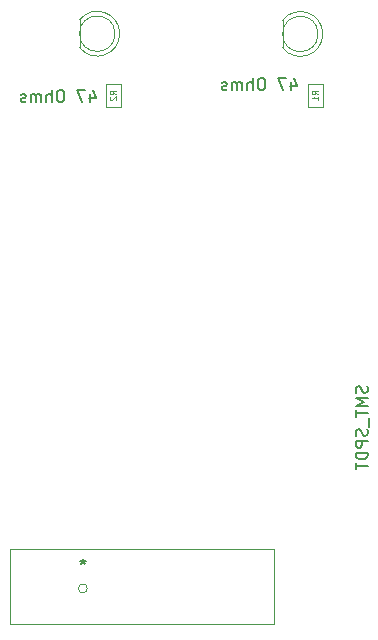
<source format=gbr>
%TF.GenerationSoftware,KiCad,Pcbnew,(5.1.9-0-10_14)*%
%TF.CreationDate,2021-10-18T12:15:18-07:00*%
%TF.ProjectId,ghost_pcb_2,67686f73-745f-4706-9362-5f322e6b6963,rev?*%
%TF.SameCoordinates,Original*%
%TF.FileFunction,Other,Fab,Bot*%
%FSLAX46Y46*%
G04 Gerber Fmt 4.6, Leading zero omitted, Abs format (unit mm)*
G04 Created by KiCad (PCBNEW (5.1.9-0-10_14)) date 2021-10-18 12:15:18*
%MOMM*%
%LPD*%
G01*
G04 APERTURE LIST*
%ADD10C,0.100000*%
%ADD11C,0.150000*%
%ADD12C,0.080000*%
G04 APERTURE END LIST*
D10*
%TO.C,R2*%
X132801200Y-87002500D02*
X134051200Y-87002500D01*
X134051200Y-87002500D02*
X134051200Y-85002500D01*
X134051200Y-85002500D02*
X132801200Y-85002500D01*
X132801200Y-85002500D02*
X132801200Y-87002500D01*
%TO.C,R1*%
X149920800Y-87002500D02*
X151170800Y-87002500D01*
X151170800Y-87002500D02*
X151170800Y-85002500D01*
X151170800Y-85002500D02*
X149920800Y-85002500D01*
X149920800Y-85002500D02*
X149920800Y-87002500D01*
%TO.C,D2*%
X133580000Y-80772000D02*
G75*
G03*
X133580000Y-80772000I-1500000J0D01*
G01*
X130580000Y-81938190D02*
X130580000Y-79605810D01*
X130579445Y-79606524D02*
G75*
G02*
X130580000Y-81938190I1500555J-1165476D01*
G01*
%TO.C,D1*%
X150775800Y-80797400D02*
G75*
G03*
X150775800Y-80797400I-1500000J0D01*
G01*
X147775800Y-81963590D02*
X147775800Y-79631210D01*
X147775245Y-79631924D02*
G75*
G02*
X147775800Y-81963590I1500555J-1165476D01*
G01*
%TO.C,BAT1*%
X131241800Y-127736600D02*
G75*
G03*
X131241800Y-127736600I-381000J0D01*
G01*
X124659400Y-130766947D02*
X124659400Y-124366147D01*
X147062200Y-130766947D02*
X124659400Y-130766947D01*
X147062200Y-124366147D02*
X147062200Y-130766947D01*
X124659400Y-124366147D02*
X147062200Y-124366147D01*
%TD*%
%TO.C,SW1*%
D11*
X154920961Y-110620609D02*
X154968580Y-110763466D01*
X154968580Y-111001561D01*
X154920961Y-111096800D01*
X154873342Y-111144419D01*
X154778104Y-111192038D01*
X154682866Y-111192038D01*
X154587628Y-111144419D01*
X154540009Y-111096800D01*
X154492390Y-111001561D01*
X154444771Y-110811085D01*
X154397152Y-110715847D01*
X154349533Y-110668228D01*
X154254295Y-110620609D01*
X154159057Y-110620609D01*
X154063819Y-110668228D01*
X154016200Y-110715847D01*
X153968580Y-110811085D01*
X153968580Y-111049180D01*
X154016200Y-111192038D01*
X154968580Y-111620609D02*
X153968580Y-111620609D01*
X154682866Y-111953942D01*
X153968580Y-112287276D01*
X154968580Y-112287276D01*
X153968580Y-112620609D02*
X153968580Y-113192038D01*
X154968580Y-112906323D02*
X153968580Y-112906323D01*
X155063819Y-113287276D02*
X155063819Y-114049180D01*
X154920961Y-114239657D02*
X154968580Y-114382514D01*
X154968580Y-114620609D01*
X154920961Y-114715847D01*
X154873342Y-114763466D01*
X154778104Y-114811085D01*
X154682866Y-114811085D01*
X154587628Y-114763466D01*
X154540009Y-114715847D01*
X154492390Y-114620609D01*
X154444771Y-114430133D01*
X154397152Y-114334895D01*
X154349533Y-114287276D01*
X154254295Y-114239657D01*
X154159057Y-114239657D01*
X154063819Y-114287276D01*
X154016200Y-114334895D01*
X153968580Y-114430133D01*
X153968580Y-114668228D01*
X154016200Y-114811085D01*
X154968580Y-115239657D02*
X153968580Y-115239657D01*
X153968580Y-115620609D01*
X154016200Y-115715847D01*
X154063819Y-115763466D01*
X154159057Y-115811085D01*
X154301914Y-115811085D01*
X154397152Y-115763466D01*
X154444771Y-115715847D01*
X154492390Y-115620609D01*
X154492390Y-115239657D01*
X154968580Y-116239657D02*
X153968580Y-116239657D01*
X153968580Y-116477752D01*
X154016200Y-116620609D01*
X154111438Y-116715847D01*
X154206676Y-116763466D01*
X154397152Y-116811085D01*
X154540009Y-116811085D01*
X154730485Y-116763466D01*
X154825723Y-116715847D01*
X154920961Y-116620609D01*
X154968580Y-116477752D01*
X154968580Y-116239657D01*
X153968580Y-117096800D02*
X153968580Y-117668228D01*
X154968580Y-117382514D02*
X153968580Y-117382514D01*
%TO.C,R2*%
X131492285Y-85891714D02*
X131492285Y-86558380D01*
X131730380Y-85510761D02*
X131968476Y-86225047D01*
X131349428Y-86225047D01*
X131063714Y-85558380D02*
X130397047Y-85558380D01*
X130825619Y-86558380D01*
X129063714Y-85558380D02*
X128873238Y-85558380D01*
X128777999Y-85606000D01*
X128682761Y-85701238D01*
X128635142Y-85891714D01*
X128635142Y-86225047D01*
X128682761Y-86415523D01*
X128777999Y-86510761D01*
X128873238Y-86558380D01*
X129063714Y-86558380D01*
X129158952Y-86510761D01*
X129254190Y-86415523D01*
X129301809Y-86225047D01*
X129301809Y-85891714D01*
X129254190Y-85701238D01*
X129158952Y-85606000D01*
X129063714Y-85558380D01*
X128206571Y-86558380D02*
X128206571Y-85558380D01*
X127777999Y-86558380D02*
X127777999Y-86034571D01*
X127825619Y-85939333D01*
X127920857Y-85891714D01*
X128063714Y-85891714D01*
X128158952Y-85939333D01*
X128206571Y-85986952D01*
X127301809Y-86558380D02*
X127301809Y-85891714D01*
X127301809Y-85986952D02*
X127254190Y-85939333D01*
X127158952Y-85891714D01*
X127016095Y-85891714D01*
X126920857Y-85939333D01*
X126873238Y-86034571D01*
X126873238Y-86558380D01*
X126873238Y-86034571D02*
X126825619Y-85939333D01*
X126730380Y-85891714D01*
X126587523Y-85891714D01*
X126492285Y-85939333D01*
X126444666Y-86034571D01*
X126444666Y-86558380D01*
X126016095Y-86510761D02*
X125920857Y-86558380D01*
X125730380Y-86558380D01*
X125635142Y-86510761D01*
X125587523Y-86415523D01*
X125587523Y-86367904D01*
X125635142Y-86272666D01*
X125730380Y-86225047D01*
X125873238Y-86225047D01*
X125968476Y-86177428D01*
X126016095Y-86082190D01*
X126016095Y-86034571D01*
X125968476Y-85939333D01*
X125873238Y-85891714D01*
X125730380Y-85891714D01*
X125635142Y-85939333D01*
D12*
X133652390Y-85919166D02*
X133414295Y-85752500D01*
X133652390Y-85633452D02*
X133152390Y-85633452D01*
X133152390Y-85823928D01*
X133176200Y-85871547D01*
X133200009Y-85895357D01*
X133247628Y-85919166D01*
X133319057Y-85919166D01*
X133366676Y-85895357D01*
X133390485Y-85871547D01*
X133414295Y-85823928D01*
X133414295Y-85633452D01*
X133200009Y-86109642D02*
X133176200Y-86133452D01*
X133152390Y-86181071D01*
X133152390Y-86300119D01*
X133176200Y-86347738D01*
X133200009Y-86371547D01*
X133247628Y-86395357D01*
X133295247Y-86395357D01*
X133366676Y-86371547D01*
X133652390Y-86085833D01*
X133652390Y-86395357D01*
%TO.C,R1*%
D11*
X148510285Y-84875714D02*
X148510285Y-85542380D01*
X148748380Y-84494761D02*
X148986476Y-85209047D01*
X148367428Y-85209047D01*
X148081714Y-84542380D02*
X147415047Y-84542380D01*
X147843619Y-85542380D01*
X146081714Y-84542380D02*
X145891238Y-84542380D01*
X145796000Y-84590000D01*
X145700761Y-84685238D01*
X145653142Y-84875714D01*
X145653142Y-85209047D01*
X145700761Y-85399523D01*
X145796000Y-85494761D01*
X145891238Y-85542380D01*
X146081714Y-85542380D01*
X146176952Y-85494761D01*
X146272190Y-85399523D01*
X146319809Y-85209047D01*
X146319809Y-84875714D01*
X146272190Y-84685238D01*
X146176952Y-84590000D01*
X146081714Y-84542380D01*
X145224571Y-85542380D02*
X145224571Y-84542380D01*
X144796000Y-85542380D02*
X144796000Y-85018571D01*
X144843619Y-84923333D01*
X144938857Y-84875714D01*
X145081714Y-84875714D01*
X145176952Y-84923333D01*
X145224571Y-84970952D01*
X144319809Y-85542380D02*
X144319809Y-84875714D01*
X144319809Y-84970952D02*
X144272190Y-84923333D01*
X144176952Y-84875714D01*
X144034095Y-84875714D01*
X143938857Y-84923333D01*
X143891238Y-85018571D01*
X143891238Y-85542380D01*
X143891238Y-85018571D02*
X143843619Y-84923333D01*
X143748380Y-84875714D01*
X143605523Y-84875714D01*
X143510285Y-84923333D01*
X143462666Y-85018571D01*
X143462666Y-85542380D01*
X143034095Y-85494761D02*
X142938857Y-85542380D01*
X142748380Y-85542380D01*
X142653142Y-85494761D01*
X142605523Y-85399523D01*
X142605523Y-85351904D01*
X142653142Y-85256666D01*
X142748380Y-85209047D01*
X142891238Y-85209047D01*
X142986476Y-85161428D01*
X143034095Y-85066190D01*
X143034095Y-85018571D01*
X142986476Y-84923333D01*
X142891238Y-84875714D01*
X142748380Y-84875714D01*
X142653142Y-84923333D01*
D12*
X150771990Y-85919166D02*
X150533895Y-85752500D01*
X150771990Y-85633452D02*
X150271990Y-85633452D01*
X150271990Y-85823928D01*
X150295800Y-85871547D01*
X150319609Y-85895357D01*
X150367228Y-85919166D01*
X150438657Y-85919166D01*
X150486276Y-85895357D01*
X150510085Y-85871547D01*
X150533895Y-85823928D01*
X150533895Y-85633452D01*
X150771990Y-86395357D02*
X150771990Y-86109642D01*
X150771990Y-86252500D02*
X150271990Y-86252500D01*
X150343419Y-86204880D01*
X150391038Y-86157261D01*
X150414847Y-86109642D01*
%TO.C,BAT1*%
D11*
X130860800Y-125283980D02*
X130860800Y-125522076D01*
X131098895Y-125426838D02*
X130860800Y-125522076D01*
X130622704Y-125426838D01*
X131003657Y-125712552D02*
X130860800Y-125522076D01*
X130717942Y-125712552D01*
%TD*%
M02*

</source>
